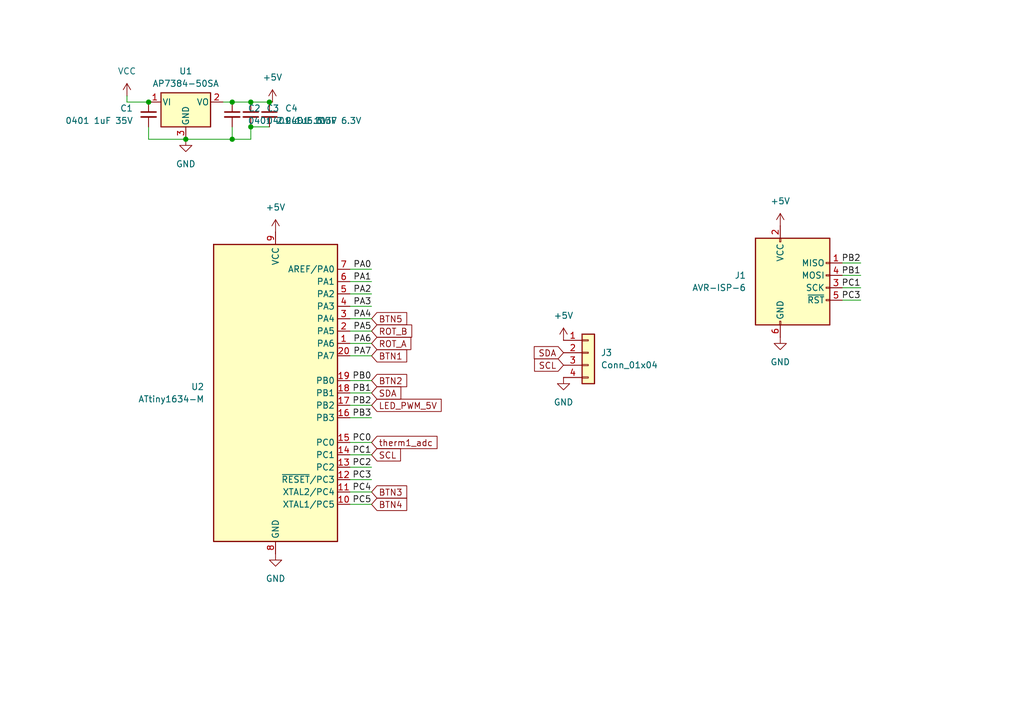
<source format=kicad_sch>
(kicad_sch (version 20231120) (generator "eeschema") (generator_version "8.0")
  (paper "A5")
  (lib_symbols
    (symbol "Connector:AVR-ISP-6" (pin_names (offset 1.016))
      (property "Reference" "J" (at -6.35 11.43 0))
      (property "Value" "AVR-ISP-6" (at 0 11.43 0))
      (symbol "AVR-ISP-6_0_1"
        (rectangle (start -2.667 -6.858) (end -2.413 -7.62))
        (rectangle (start -2.667 10.16) (end -2.413 9.398))
        (rectangle (start 7.62 -2.413) (end 6.858 -2.667))
        (rectangle (start 7.62 0.127) (end 6.858 -0.127))
        (rectangle (start 7.62 2.667) (end 6.858 2.413))
        (rectangle (start 7.62 5.207) (end 6.858 4.953))
        (rectangle (start 7.62 10.16) (end -7.62 -7.62) (stroke (width 0.254)) (fill (type background)))
      )
      (symbol "AVR-ISP-6_1_1"
        (pin passive line (at 10.16 5.08 180) (length 2.54) (name "MISO") (number "1"))
        (pin passive line (at -2.54 12.7 270) (length 2.54) (name "VCC") (number "2"))
        (pin passive line (at 10.16 0 180) (length 2.54) (name "SCK") (number "3"))
        (pin passive line (at 10.16 2.54 180) (length 2.54) (name "MOSI") (number "4"))
        (pin passive line (at 10.16 -2.54 180) (length 2.54) (name "~{RST}") (number "5"))
        (pin passive line (at -2.54 -10.16 90) (length 2.54) (name "GND") (number "6"))
      )
    )
    (symbol "Connector_Generic:Conn_01x04" (pin_names (offset 1.016) hide)
      (property "Reference" "J" (at 0 5.08 0))
      (property "Value" "Conn_01x04" (at 0 -7.62 0))
      (symbol "Conn_01x04_1_1"
        (rectangle (start -1.27 -4.953) (end 0 -5.207) (stroke (width 0.1524)))
        (rectangle (start -1.27 -2.413) (end 0 -2.667) (stroke (width 0.1524)))
        (rectangle (start -1.27 0.127) (end 0 -0.127) (stroke (width 0.1524)))
        (rectangle (start -1.27 2.667) (end 0 2.413) (stroke (width 0.1524)))
        (rectangle (start -1.27 3.81) (end 1.27 -6.35) (stroke (width 0.254)) (fill (type background)))
        (pin passive line (at -5.08 2.54 0) (length 3.81) (name "Pin_1") (number "1"))
        (pin passive line (at -5.08 0 0) (length 3.81) (name "Pin_2") (number "2"))
        (pin passive line (at -5.08 -2.54 0) (length 3.81) (name "Pin_3") (number "3"))
        (pin passive line (at -5.08 -5.08 0) (length 3.81) (name "Pin_4") (number "4"))
      )
    )
    (symbol "Device:C_Small" (pin_numbers hide) (pin_names (offset 0.254) hide)
      (property "Reference" "C" (at 0.254 1.778 0))
      (property "Value" "C_Small" (at 0.254 -2.032 0))
      (symbol "C_Small_0_1"
        (polyline (pts (xy -1.524 -0.508) (xy 1.524 -0.508)) (stroke (width 0.3302)))
        (polyline (pts (xy -1.524 0.508) (xy 1.524 0.508)) (stroke (width 0.3048)))
      )
      (symbol "C_Small_1_1"
        (pin passive line (at 0 2.54 270) (length 2.032) (name "~") (number "1"))
        (pin passive line (at 0 -2.54 90) (length 2.032) (name "~") (number "2"))
      )
    )
    (symbol "MCU_Microchip_ATtiny:ATtiny1634-M"
      (property "Reference" "U" (at -12.7 31.75 0))
      (property "Value" "ATtiny1634-M" (at 2.54 -31.75 0))
      (symbol "ATtiny1634-M_0_1"
        (rectangle (start -12.7 -30.48) (end 12.7 30.48) (stroke (width 0.254)) (fill (type background)))
      )
      (symbol "ATtiny1634-M_1_1"
        (pin bidirectional line (at 15.24 10.16 180) (length 2.54) (name "PA6") (number "1"))
        (pin bidirectional line (at 15.24 -22.86 180) (length 2.54) (name "XTAL1/PC5") (number "10"))
        (pin bidirectional line (at 15.24 -20.32 180) (length 2.54) (name "XTAL2/PC4") (number "11"))
        (pin bidirectional line (at 15.24 -17.78 180) (length 2.54) (name "~{RESET}/PC3") (number "12"))
        (pin bidirectional line (at 15.24 -15.24 180) (length 2.54) (name "PC2") (number "13"))
        (pin bidirectional line (at 15.24 -12.7 180) (length 2.54) (name "PC1") (number "14"))
        (pin bidirectional line (at 15.24 -10.16 180) (length 2.54) (name "PC0") (number "15"))
        (pin bidirectional line (at 15.24 -5.08 180) (length 2.54) (name "PB3") (number "16"))
        (pin bidirectional line (at 15.24 -2.54 180) (length 2.54) (name "PB2") (number "17"))
        (pin bidirectional line (at 15.24 0 180) (length 2.54) (name "PB1") (number "18"))
        (pin bidirectional line (at 15.24 2.54 180) (length 2.54) (name "PB0") (number "19"))
        (pin bidirectional line (at 15.24 12.7 180) (length 2.54) (name "PA5") (number "2"))
        (pin bidirectional line (at 15.24 7.62 180) (length 2.54) (name "PA7") (number "20"))
        (pin passive line (at 0 -33.02 90) (length 2.54) hide (name "GND") (number "21"))
        (pin bidirectional line (at 15.24 15.24 180) (length 2.54) (name "PA4") (number "3"))
        (pin bidirectional line (at 15.24 17.78 180) (length 2.54) (name "PA3") (number "4"))
        (pin bidirectional line (at 15.24 20.32 180) (length 2.54) (name "PA2") (number "5"))
        (pin bidirectional line (at 15.24 22.86 180) (length 2.54) (name "PA1") (number "6"))
        (pin bidirectional line (at 15.24 25.4 180) (length 2.54) (name "AREF/PA0") (number "7"))
        (pin power_in line (at 0 -33.02 90) (length 2.54) (name "GND") (number "8"))
        (pin power_in line (at 0 33.02 270) (length 2.54) (name "VCC") (number "9"))
      )
    )
    (symbol "Regulator_Linear:AP7384-50SA" (pin_names (offset 0.254))
      (property "Reference" "U" (at -3.81 3.175 0))
      (property "Value" "AP7384-50SA" (at 0 3.175 0))
      (symbol "AP7384-50SA_0_1"
        (rectangle (start -5.08 1.905) (end 5.08 -5.08) (stroke (width 0.254)) (fill (type background)))
      )
      (symbol "AP7384-50SA_1_1"
        (pin power_in line (at -7.62 0 0) (length 2.54) (name "VI") (number "1"))
        (pin power_out line (at 7.62 0 180) (length 2.54) (name "VO") (number "2"))
        (pin power_in line (at 0 -7.62 90) (length 2.54) (name "GND") (number "3"))
      )
    )
    (symbol "power:+5V" (power) (pin_numbers hide) (pin_names (offset 0) hide)
      (property "Value" "+5V" (at 0 3.556 0))
      (symbol "+5V_0_1"
        (polyline (pts (xy -0.762 1.27) (xy 0 2.54)))
        (polyline (pts (xy 0 0) (xy 0 2.54)))
        (polyline (pts (xy 0 2.54) (xy 0.762 1.27)))
      )
      (symbol "+5V_1_1"
        (pin power_in line (at 0 0 90) (length 0) (name "~") (number "1"))
      )
    )
    (symbol "power:GND" (power) (pin_numbers hide) (pin_names (offset 0) hide)
      (property "Value" "GND" (at 0 -3.81 0))
      (symbol "GND_0_1"
        (polyline (pts (xy 0 0) (xy 0 -1.27) (xy 1.27 -1.27) (xy 0 -2.54) (xy -1.27 -1.27) (xy 0 -1.27)))
      )
      (symbol "GND_1_1"
        (pin power_in line (at 0 0 270) (length 0) (name "~") (number "1"))
      )
    )
    (symbol "power:VCC" (power) (pin_numbers hide) (pin_names (offset 0) hide)
      (property "Value" "VCC" (at 0 3.556 0))
      (symbol "VCC_0_1"
        (polyline (pts (xy -0.762 1.27) (xy 0 2.54)))
        (polyline (pts (xy 0 0) (xy 0 2.54)))
        (polyline (pts (xy 0 2.54) (xy 0.762 1.27)))
      )
      (symbol "VCC_1_1"
        (pin power_in line (at 0 0 90) (length 0) (name "~") (number "1"))
      )
    )
  )
  (junction (at 30.48 20.955))
  (junction (at 55.245 20.955))
  (junction (at 51.435 20.955))
  (junction (at 51.435 26.035))
  (junction (at 38.1 28.575))
  (junction (at 47.625 28.575))
  (junction (at 47.625 20.955))
  (wire (pts (xy 76.2 80.645) (xy 71.755 80.645)))
  (wire (pts (xy 76.2 83.185) (xy 71.755 83.185)))
  (wire (pts (xy 76.2 57.785) (xy 71.755 57.785)))
  (wire (pts (xy 55.245 20.955) (xy 51.435 20.955)))
  (wire (pts (xy 76.2 65.405) (xy 71.755 65.405)))
  (wire (pts (xy 76.2 73.025) (xy 71.755 73.025)))
  (wire (pts (xy 51.435 28.575) (xy 47.625 28.575)))
  (wire (pts (xy 76.2 93.345) (xy 71.755 93.345)))
  (wire (pts (xy 55.88 20.955) (xy 55.245 20.955)))
  (wire (pts (xy 26.035 19.685) (xy 26.035 20.955)))
  (wire (pts (xy 76.2 62.865) (xy 71.755 62.865)))
  (wire (pts (xy 176.53 61.595) (xy 172.72 61.595)))
  (wire (pts (xy 76.2 90.805) (xy 71.755 90.805)))
  (wire (pts (xy 47.625 20.955) (xy 45.72 20.955)))
  (wire (pts (xy 76.2 78.105) (xy 71.755 78.105)))
  (wire (pts (xy 76.2 103.505) (xy 71.755 103.505)))
  (wire (pts (xy 30.48 26.035) (xy 30.48 28.575)))
  (wire (pts (xy 176.53 56.515) (xy 172.72 56.515)))
  (wire (pts (xy 76.2 98.425) (xy 71.755 98.425)))
  (wire (pts (xy 176.53 53.975) (xy 172.72 53.975)))
  (wire (pts (xy 76.2 95.885) (xy 71.755 95.885)))
  (wire (pts (xy 26.035 20.955) (xy 30.48 20.955)))
  (wire (pts (xy 30.48 28.575) (xy 38.1 28.575)))
  (wire (pts (xy 76.2 85.725) (xy 71.755 85.725)))
  (wire (pts (xy 76.2 60.325) (xy 71.755 60.325)))
  (wire (pts (xy 76.2 55.245) (xy 71.755 55.245)))
  (wire (pts (xy 55.245 26.035) (xy 51.435 26.035)))
  (wire (pts (xy 51.435 20.955) (xy 47.625 20.955)))
  (wire (pts (xy 76.2 67.945) (xy 71.755 67.945)))
  (wire (pts (xy 176.53 59.055) (xy 172.72 59.055)))
  (wire (pts (xy 47.625 28.575) (xy 38.1 28.575)))
  (wire (pts (xy 51.435 26.035) (xy 51.435 28.575)))
  (wire (pts (xy 47.625 26.035) (xy 47.625 28.575)))
  (wire (pts (xy 76.2 100.965) (xy 71.755 100.965)))
  (wire (pts (xy 76.2 70.485) (xy 71.755 70.485)))
  (label "PC3" (at 176.53 61.595 180))
  (label "PA0" (at 76.2 55.245 180))
  (label "PA1" (at 76.2 57.785 180))
  (label "PA3" (at 76.2 62.865 180))
  (label "PB0" (at 76.2 78.105 180))
  (label "PA4" (at 76.2 65.405 180))
  (label "PC0" (at 76.2 90.805 180))
  (label "PB3" (at 76.2 85.725 180))
  (label "PA7" (at 76.2 73.025 180))
  (label "PC4" (at 76.2 100.965 180))
  (label "PC1" (at 76.2 93.345 180))
  (label "PB2" (at 76.2 83.185 180))
  (label "PA2" (at 76.2 60.325 180))
  (label "PB1" (at 76.2 80.645 180))
  (label "PC5" (at 76.2 103.505 180))
  (label "PA5" (at 76.2 67.945 180))
  (label "PB1" (at 176.53 56.515 180))
  (label "PC2" (at 76.2 95.885 180))
  (label "PC3" (at 76.2 98.425 180))
  (label "PA6" (at 76.2 70.485 180))
  (label "PB2" (at 176.53 53.975 180))
  (label "PC1" (at 176.53 59.055 180))
  (global_label "BTN4" (shape input) (at 76.2 103.505 0) (property "Intersheetrefs" "${INTERSHEET_REFS}" (effects (hide yes))))
  (global_label "BTN2" (shape input) (at 76.2 78.105 0) (property "Intersheetrefs" "${INTERSHEET_REFS}" (effects (hide yes))))
  (global_label "ROT_A" (shape input) (at 76.2 70.485 0) (property "Intersheetrefs" "${INTERSHEET_REFS}" (effects (hide yes))))
  (global_label "LED_PWM_5V" (shape input) (at 76.2 83.185 0) (property "Intersheetrefs" "${INTERSHEET_REFS}" (effects (hide yes))))
  (global_label "SDA" (shape input) (at 76.2 80.645 0) (property "Intersheetrefs" "${INTERSHEET_REFS}" (effects (hide yes))))
  (global_label "ROT_B" (shape input) (at 76.2 67.945 0) (property "Intersheetrefs" "${INTERSHEET_REFS}" (effects (hide yes))))
  (global_label "therm1_adc" (shape input) (at 76.2 90.805 0) (property "Intersheetrefs" "${INTERSHEET_REFS}" (effects (hide yes))))
  (global_label "BTN5" (shape input) (at 76.2 65.405 0) (property "Intersheetrefs" "${INTERSHEET_REFS}" (effects (hide yes))))
  (global_label "SCL" (shape input) (at 76.2 93.345 0) (property "Intersheetrefs" "${INTERSHEET_REFS}" (effects (hide yes))))
  (global_label "SDA" (shape input) (at 115.57 72.39 180) (property "Intersheetrefs" "${INTERSHEET_REFS}" (effects (hide yes))))
  (global_label "BTN3" (shape input) (at 76.2 100.965 0) (property "Intersheetrefs" "${INTERSHEET_REFS}" (effects (hide yes))))
  (global_label "SCL" (shape input) (at 115.57 74.93 180) (property "Intersheetrefs" "${INTERSHEET_REFS}" (effects (hide yes))))
  (global_label "BTN1" (shape input) (at 76.2 73.025 0) (property "Intersheetrefs" "${INTERSHEET_REFS}" (effects (hide yes))))
  (symbol (lib_id "Device:C_Small") (at 51.435 23.495 0) (unit 1)
    (property "Reference" "C3" (at 54.61 22.2312 0) (effects (justify left)))
    (property "Value" "0401 1uF 6.3V" (at 54.61 24.7712 0) (effects (justify left)))
    (property "Footprint" "Capacitor_SMD:C_0402_1005Metric" (effects (hide yes)))
    (property "Description" "Unpolarized capacitor, small symbol" (effects (hide yes)))
  )
  (symbol (lib_id "Regulator_Linear:AP7384-50SA") (at 38.1 20.955 0) (unit 1)
    (property "Reference" "U1" (at 38.1 14.605 0))
    (property "Value" "AP7384-50SA" (at 38.1 17.145 0))
    (property "Footprint" "Package_TO_SOT_SMD:SOT-23" (effects (hide yes)))
    (property "Datasheet" "https://www.diodes.com/assets/Datasheets/AP7384.pdf" (effects (hide yes)))
    (property "Description" "50mA Low Dropout Voltage Regulator, Fixed Output 5V, Wide Input Voltage Range 40V, SOT-23" (effects (hide yes)))
  )
  (symbol (lib_id "power:+5V") (at 55.88 20.955 0) (unit 1)
    (property "Reference" "#PWR03" (effects (hide yes)))
    (property "Value" "+5V" (at 55.88 15.875 0))
    (property "Description" "Power symbol creates a global label with name \"+5V\"" (effects (hide yes)))
  )
  (symbol (lib_id "Device:C_Small") (at 30.48 23.495 0) (mirror y) (unit 1)
    (property "Reference" "C1" (at 27.305 22.2312 0) (effects (justify left)))
    (property "Value" "0401 1uF 35V" (at 27.305 24.7712 0) (effects (justify left)))
    (property "Footprint" "Capacitor_SMD:C_0402_1005Metric" (effects (hide yes)))
    (property "Description" "Unpolarized capacitor, small symbol" (effects (hide yes)))
  )
  (symbol (lib_id "power:GND") (at 38.1 28.575 0) (unit 1)
    (property "Reference" "#PWR02" (effects (hide yes)))
    (property "Value" "GND" (at 38.1 33.655 0))
    (property "Description" "Power symbol creates a global label with name \"GND\" , ground" (effects (hide yes)))
  )
  (symbol (lib_id "power:VCC") (at 26.035 19.685 0) (unit 1)
    (property "Reference" "#PWR01" (effects (hide yes)))
    (property "Value" "VCC" (at 26.035 14.605 0))
    (property "Description" "Power symbol creates a global label with name \"VCC\"" (effects (hide yes)))
  )
  (symbol (lib_id "power:GND") (at 56.515 113.665 0) (unit 1)
    (property "Reference" "#PWR05" (effects (hide yes)))
    (property "Value" "GND" (at 56.515 118.745 0))
    (property "Description" "Power symbol creates a global label with name \"GND\" , ground" (effects (hide yes)))
  )
  (symbol (lib_id "power:GND") (at 160.02 69.215 0) (unit 1)
    (property "Reference" "#PWR07" (effects (hide yes)))
    (property "Value" "GND" (at 160.02 74.295 0))
    (property "Description" "Power symbol creates a global label with name \"GND\" , ground" (effects (hide yes)))
  )
  (symbol (lib_id "power:GND") (at 115.57 77.47 0) (unit 1)
    (property "Reference" "#PWR014" (effects (hide yes)))
    (property "Value" "GND" (at 115.57 82.55 0))
    (property "Description" "Power symbol creates a global label with name \"GND\" , ground" (effects (hide yes)))
  )
  (symbol (lib_id "Connector:AVR-ISP-6") (at 162.56 59.055 0) (unit 1)
    (property "Reference" "J1" (at 153.035 56.5149 0) (effects (justify right)))
    (property "Value" "AVR-ISP-6" (at 153.035 59.0549 0) (effects (justify right)))
    (property "Footprint" "Connector_IDC:IDC-Header_2x03_P2.54mm_Vertical" (effects (hide yes)))
    (property "Description" "Atmel 6-pin ISP connector" (effects (hide yes)))
  )
  (symbol (lib_id "power:+5V") (at 56.515 47.625 0) (unit 1)
    (property "Reference" "#PWR04" (effects (hide yes)))
    (property "Value" "+5V" (at 56.515 42.545 0))
    (property "Description" "Power symbol creates a global label with name \"+5V\"" (effects (hide yes)))
  )
  (symbol (lib_id "MCU_Microchip_ATtiny:ATtiny1634-M") (at 56.515 80.645 0) (unit 1)
    (property "Reference" "U2" (at 41.91 79.3749 0) (effects (justify right)))
    (property "Value" "ATtiny1634-M" (at 41.91 81.9149 0) (effects (justify right)))
    (property "Footprint" "Package_DFN_QFN:QFN-20-1EP_4x4mm_P0.5mm_EP2.6x2.6mm" (effects (hide yes)))
    (property "Datasheet" "http://ww1.microchip.com/downloads/en/DeviceDoc/Atmel-8303-8-bit-AVR-Microcontroller-tinyAVR-ATtiny1634_Datasheet.pdf" (effects (hide yes)))
    (property "Description" "12MHz, 16kB Flash, 1kB SRAM, 256B EEPROM, ADC, ACI, debugWIRE, QFN-20" (effects (hide yes)))
  )
  (symbol (lib_id "Device:C_Small") (at 47.625 23.495 0) (unit 1)
    (property "Reference" "C2" (at 50.8 22.2312 0) (effects (justify left)))
    (property "Value" "0401 2.2uF 6.3V" (at 50.8 24.7712 0) (effects (justify left)))
    (property "Footprint" "Capacitor_SMD:C_0402_1005Metric" (effects (hide yes)))
    (property "Description" "Unpolarized capacitor, small symbol" (effects (hide yes)))
  )
  (symbol (lib_id "power:+5V") (at 115.57 69.85 0) (unit 1)
    (property "Reference" "#PWR013" (effects (hide yes)))
    (property "Value" "+5V" (at 115.57 64.77 0))
    (property "Description" "Power symbol creates a global label with name \"+5V\"" (effects (hide yes)))
  )
  (symbol (lib_id "Connector_Generic:Conn_01x04") (at 120.65 72.39 0) (unit 1)
    (property "Reference" "J3" (at 123.19 72.3899 0) (effects (justify left)))
    (property "Value" "Conn_01x04" (at 123.19 74.9299 0) (effects (justify left)))
    (property "Footprint" "Connector_PinHeader_1.00mm:PinHeader_1x04_P1.00mm_Vertical" (effects (hide yes)))
    (property "Description" "Generic connector, single row, 01x04, script generated (kicad-library-utils/schlib/autogen/connector/)" (effects (hide yes)))
  )
  (symbol (lib_id "Device:C_Small") (at 55.245 23.495 0) (unit 1)
    (property "Reference" "C4" (at 58.42 22.2312 0) (effects (justify left)))
    (property "Value" "0401 10uF 6.3V" (at 58.42 24.7712 0) (effects (justify left)))
    (property "Footprint" "Capacitor_SMD:C_0402_1005Metric" (effects (hide yes)))
    (property "Description" "Unpolarized capacitor, small symbol" (effects (hide yes)))
  )
  (symbol (lib_id "power:+5V") (at 160.02 46.355 0) (unit 1)
    (property "Reference" "#PWR06" (effects (hide yes)))
    (property "Value" "+5V" (at 160.02 41.275 0))
    (property "Description" "Power symbol creates a global label with name \"+5V\"" (effects (hide yes)))
  )
)
</source>
